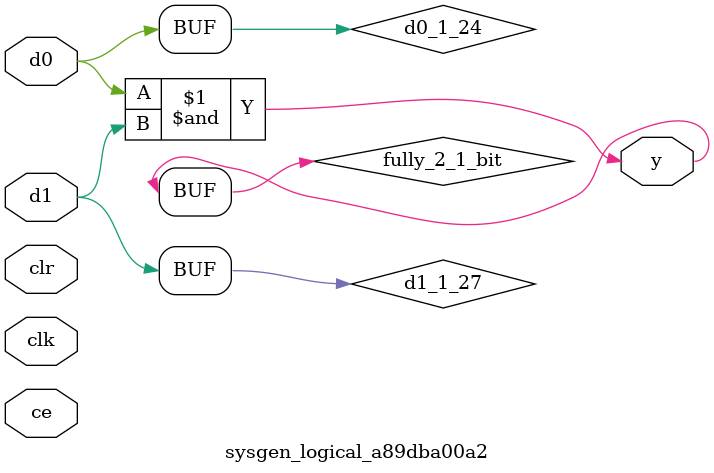
<source format=v>
module sysgen_logical_a89dba00a2 (
  input [(1 - 1):0] d0,
  input [(1 - 1):0] d1,
  output [(1 - 1):0] y,
  input clk,
  input ce,
  input clr);
  wire d0_1_24;
  wire d1_1_27;
  wire fully_2_1_bit;
  assign d0_1_24 = d0;
  assign d1_1_27 = d1;
  assign fully_2_1_bit = d0_1_24 & d1_1_27;
  assign y = fully_2_1_bit;
endmodule
</source>
